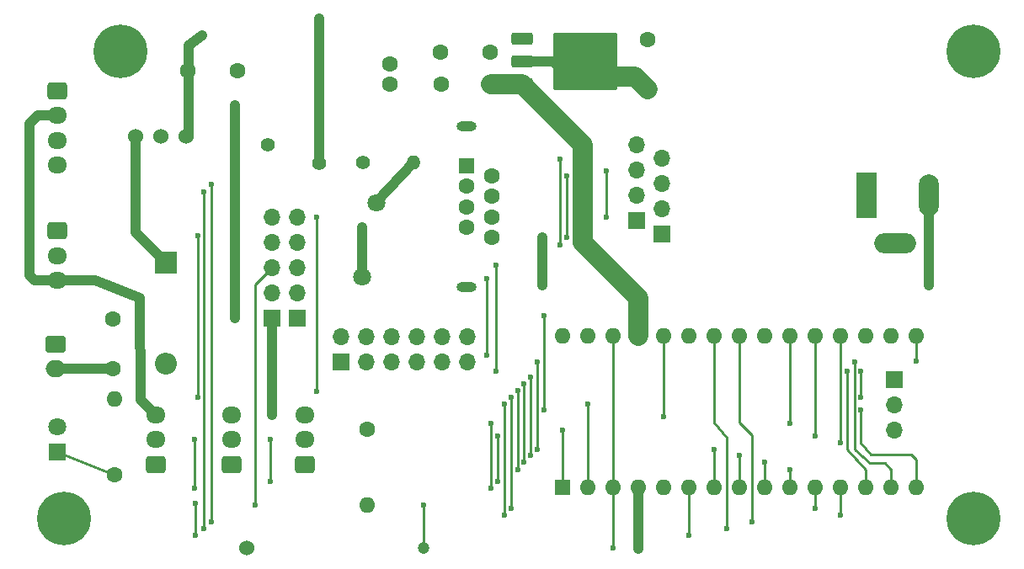
<source format=gbr>
%TF.GenerationSoftware,KiCad,Pcbnew,8.0.9-8.0.9-0~ubuntu22.04.1*%
%TF.CreationDate,2025-03-09T15:02:26+09:00*%
%TF.ProjectId,M302N,4d333032-4e2e-46b6-9963-61645f706362,rev?*%
%TF.SameCoordinates,Original*%
%TF.FileFunction,Copper,L1,Top*%
%TF.FilePolarity,Positive*%
%FSLAX46Y46*%
G04 Gerber Fmt 4.6, Leading zero omitted, Abs format (unit mm)*
G04 Created by KiCad (PCBNEW 8.0.9-8.0.9-0~ubuntu22.04.1) date 2025-03-09 15:02:26*
%MOMM*%
%LPD*%
G01*
G04 APERTURE LIST*
G04 Aperture macros list*
%AMRoundRect*
0 Rectangle with rounded corners*
0 $1 Rounding radius*
0 $2 $3 $4 $5 $6 $7 $8 $9 X,Y pos of 4 corners*
0 Add a 4 corners polygon primitive as box body*
4,1,4,$2,$3,$4,$5,$6,$7,$8,$9,$2,$3,0*
0 Add four circle primitives for the rounded corners*
1,1,$1+$1,$2,$3*
1,1,$1+$1,$4,$5*
1,1,$1+$1,$6,$7*
1,1,$1+$1,$8,$9*
0 Add four rect primitives between the rounded corners*
20,1,$1+$1,$2,$3,$4,$5,0*
20,1,$1+$1,$4,$5,$6,$7,0*
20,1,$1+$1,$6,$7,$8,$9,0*
20,1,$1+$1,$8,$9,$2,$3,0*%
G04 Aperture macros list end*
%TA.AperFunction,ComponentPad*%
%ADD10R,1.700000X1.700000*%
%TD*%
%TA.AperFunction,ComponentPad*%
%ADD11O,1.700000X1.700000*%
%TD*%
%TA.AperFunction,ComponentPad*%
%ADD12O,2.000000X1.000000*%
%TD*%
%TA.AperFunction,ComponentPad*%
%ADD13R,1.600000X1.600000*%
%TD*%
%TA.AperFunction,ComponentPad*%
%ADD14C,1.600000*%
%TD*%
%TA.AperFunction,ComponentPad*%
%ADD15RoundRect,0.250000X0.725000X-0.600000X0.725000X0.600000X-0.725000X0.600000X-0.725000X-0.600000X0*%
%TD*%
%TA.AperFunction,ComponentPad*%
%ADD16O,1.950000X1.700000*%
%TD*%
%TA.AperFunction,ComponentPad*%
%ADD17C,1.400000*%
%TD*%
%TA.AperFunction,ComponentPad*%
%ADD18O,1.600000X1.600000*%
%TD*%
%TA.AperFunction,ComponentPad*%
%ADD19C,5.400000*%
%TD*%
%TA.AperFunction,ComponentPad*%
%ADD20C,1.524000*%
%TD*%
%TA.AperFunction,ComponentPad*%
%ADD21C,1.200000*%
%TD*%
%TA.AperFunction,ComponentPad*%
%ADD22RoundRect,0.250000X-0.750000X0.600000X-0.750000X-0.600000X0.750000X-0.600000X0.750000X0.600000X0*%
%TD*%
%TA.AperFunction,ComponentPad*%
%ADD23O,2.000000X1.700000*%
%TD*%
%TA.AperFunction,ComponentPad*%
%ADD24RoundRect,0.250000X-0.725000X0.600000X-0.725000X-0.600000X0.725000X-0.600000X0.725000X0.600000X0*%
%TD*%
%TA.AperFunction,SMDPad,CuDef*%
%ADD25RoundRect,0.250000X-0.850000X-0.350000X0.850000X-0.350000X0.850000X0.350000X-0.850000X0.350000X0*%
%TD*%
%TA.AperFunction,SMDPad,CuDef*%
%ADD26RoundRect,0.250000X-1.275000X-1.125000X1.275000X-1.125000X1.275000X1.125000X-1.275000X1.125000X0*%
%TD*%
%TA.AperFunction,SMDPad,CuDef*%
%ADD27RoundRect,0.249997X-2.950003X-2.650003X2.950003X-2.650003X2.950003X2.650003X-2.950003X2.650003X0*%
%TD*%
%TA.AperFunction,ComponentPad*%
%ADD28R,2.200000X2.200000*%
%TD*%
%TA.AperFunction,ComponentPad*%
%ADD29O,2.200000X2.200000*%
%TD*%
%TA.AperFunction,ComponentPad*%
%ADD30C,1.800000*%
%TD*%
%TA.AperFunction,ComponentPad*%
%ADD31R,1.800000X1.800000*%
%TD*%
%TA.AperFunction,ComponentPad*%
%ADD32O,1.400000X1.400000*%
%TD*%
%TA.AperFunction,ComponentPad*%
%ADD33R,2.000000X4.600000*%
%TD*%
%TA.AperFunction,ComponentPad*%
%ADD34O,2.000000X4.200000*%
%TD*%
%TA.AperFunction,ComponentPad*%
%ADD35O,4.200000X2.000000*%
%TD*%
%TA.AperFunction,ViaPad*%
%ADD36C,0.600000*%
%TD*%
%TA.AperFunction,ViaPad*%
%ADD37C,1.000000*%
%TD*%
%TA.AperFunction,Conductor*%
%ADD38C,0.250000*%
%TD*%
%TA.AperFunction,Conductor*%
%ADD39C,1.000000*%
%TD*%
%TA.AperFunction,Conductor*%
%ADD40C,2.000000*%
%TD*%
G04 APERTURE END LIST*
D10*
%TO.P,J18,1,Pin_1*%
%TO.N,Net-(J18-Pin_1)*%
X135680000Y-81229200D03*
D11*
%TO.P,J18,2,Pin_2*%
%TO.N,Net-(J18-Pin_2)*%
X135680000Y-78689200D03*
%TO.P,J18,3,Pin_3*%
%TO.N,unconnected-(J18-Pin_3-Pad3)*%
X135680000Y-76149200D03*
%TO.P,J18,4,Pin_4*%
%TO.N,unconnected-(J18-Pin_4-Pad4)*%
X135680000Y-73609200D03*
%TD*%
D10*
%TO.P,J13,1,Pin_1*%
%TO.N,unconnected-(J13-Pin_1-Pad1)*%
X99060000Y-89662000D03*
D11*
%TO.P,J13,2,Pin_2*%
%TO.N,/D12{slash}MISO*%
X99060000Y-87122000D03*
%TO.P,J13,3,Pin_3*%
%TO.N,/\u002AD11{slash}MOSI*%
X99060000Y-84582000D03*
%TO.P,J13,4,Pin_4*%
%TO.N,/\u002AD10{slash}SS*%
X99060000Y-82042000D03*
%TO.P,J13,5,Pin_5*%
%TO.N,Net-(A1-D13)*%
X99060000Y-79502000D03*
%TD*%
D12*
%TO.P,J11,*%
%TO.N,*%
X116064000Y-86577000D03*
X116064000Y-70327000D03*
D13*
%TO.P,J11,1*%
%TO.N,Net-(J18-Pin_1)*%
X116064000Y-74372000D03*
D14*
%TO.P,J11,2*%
%TO.N,Net-(J19-Pin_1)*%
X118604000Y-75392000D03*
%TO.P,J11,3*%
%TO.N,Net-(J18-Pin_2)*%
X116064000Y-76412000D03*
%TO.P,J11,4*%
%TO.N,Net-(D1-A)*%
X118604000Y-77432000D03*
%TO.P,J11,5*%
X116064000Y-78452000D03*
%TO.P,J11,6*%
%TO.N,Net-(J19-Pin_3)*%
X118604000Y-79472000D03*
%TO.P,J11,7*%
%TO.N,Net-(J1-Pad2)*%
X116064000Y-80492000D03*
%TO.P,J11,8*%
X118604000Y-81512000D03*
%TD*%
D15*
%TO.P,J8,1,Pin_1*%
%TO.N,GND*%
X84836000Y-104394000D03*
D16*
%TO.P,J8,2,Pin_2*%
%TO.N,Net-(A1-A2)*%
X84836000Y-101894000D03*
%TO.P,J8,3,Pin_3*%
%TO.N,+5V*%
X84836000Y-99394000D03*
%TD*%
D15*
%TO.P,J10,1,Pin_1*%
%TO.N,GND*%
X99822000Y-104394000D03*
D16*
%TO.P,J10,2,Pin_2*%
%TO.N,Net-(A1-A0)*%
X99822000Y-101894000D03*
%TO.P,J10,3,Pin_3*%
%TO.N,+5V*%
X99822000Y-99394000D03*
%TD*%
D14*
%TO.P,C2,1*%
%TO.N,Net-(U2-Vin)*%
X118465600Y-62915800D03*
%TO.P,C2,2*%
%TO.N,GND*%
X113465600Y-62915800D03*
%TD*%
D17*
%TO.P,F1,1*%
%TO.N,Net-(D3-K)*%
X96119000Y-72252000D03*
%TO.P,F1,2*%
%TO.N,/+12V*%
X101219000Y-74052000D03*
%TD*%
D14*
%TO.P,R1,1*%
%TO.N,Net-(D2-K)*%
X80645000Y-105410000D03*
D18*
%TO.P,R1,2*%
%TO.N,GND*%
X80645000Y-97790000D03*
%TD*%
D19*
%TO.P,REF\u002A\u002A,1*%
%TO.N,GND*%
X75565000Y-109855000D03*
%TD*%
D20*
%TO.P,SW1,1,1*%
%TO.N,GND*%
X93980000Y-112776000D03*
D21*
%TO.P,SW1,2,2*%
%TO.N,/~{RESET}*%
X111760000Y-112776000D03*
%TD*%
D10*
%TO.P,J19,1,Pin_1*%
%TO.N,Net-(J19-Pin_1)*%
X133140000Y-79883000D03*
D11*
%TO.P,J19,2,Pin_2*%
%TO.N,unconnected-(J19-Pin_2-Pad2)*%
X133140000Y-77343000D03*
%TO.P,J19,3,Pin_3*%
%TO.N,Net-(J19-Pin_3)*%
X133140000Y-74803000D03*
%TO.P,J19,4,Pin_4*%
%TO.N,unconnected-(J19-Pin_4-Pad4)*%
X133140000Y-72263000D03*
%TD*%
D22*
%TO.P,J12,1,Pin_1*%
%TO.N,GND*%
X74782000Y-92269000D03*
D23*
%TO.P,J12,2,Pin_2*%
%TO.N,Net-(D3-K)*%
X74782000Y-94769000D03*
%TD*%
D13*
%TO.P,A1,1,D1/TX*%
%TO.N,Net-(A1-D1{slash}TX)*%
X125730000Y-106680000D03*
D18*
%TO.P,A1,2,D0/RX*%
%TO.N,Net-(A1-D0{slash}RX)*%
X128270000Y-106680000D03*
%TO.P,A1,3,~{RESET}*%
%TO.N,/~{RESET}*%
X130810000Y-106680000D03*
%TO.P,A1,4,GND*%
%TO.N,GND*%
X133350000Y-106680000D03*
%TO.P,A1,5,D2*%
%TO.N,unconnected-(A1-D2-Pad5)*%
X135890000Y-106680000D03*
%TO.P,A1,6,D3*%
%TO.N,/\u002AD3*%
X138430000Y-106680000D03*
%TO.P,A1,7,D4*%
%TO.N,Net-(A1-D4)*%
X140970000Y-106680000D03*
%TO.P,A1,8,D5*%
%TO.N,Net-(A1-D5)*%
X143510000Y-106680000D03*
%TO.P,A1,9,D6*%
%TO.N,Net-(A1-D6)*%
X146050000Y-106680000D03*
%TO.P,A1,10,D7*%
%TO.N,Net-(A1-D7)*%
X148590000Y-106680000D03*
%TO.P,A1,11,D8*%
%TO.N,Net-(A1-D8)*%
X151130000Y-106680000D03*
%TO.P,A1,12,D9*%
%TO.N,Net-(A1-D9)*%
X153670000Y-106680000D03*
%TO.P,A1,13,D10*%
%TO.N,/\u002AD10{slash}SS*%
X156210000Y-106680000D03*
%TO.P,A1,14,D11*%
%TO.N,/\u002AD11{slash}MOSI*%
X158750000Y-106680000D03*
%TO.P,A1,15,D12*%
%TO.N,/D12{slash}MISO*%
X161290000Y-106680000D03*
%TO.P,A1,16,D13*%
%TO.N,Net-(A1-D13)*%
X161290000Y-91440000D03*
%TO.P,A1,17,3V3*%
%TO.N,unconnected-(A1-3V3-Pad17)*%
X158750000Y-91440000D03*
%TO.P,A1,18,AREF*%
%TO.N,unconnected-(A1-AREF-Pad18)*%
X156210000Y-91440000D03*
%TO.P,A1,19,A0*%
%TO.N,Net-(A1-A0)*%
X153670000Y-91440000D03*
%TO.P,A1,20,A1*%
%TO.N,Net-(A1-A1)*%
X151130000Y-91440000D03*
%TO.P,A1,21,A2*%
%TO.N,Net-(A1-A2)*%
X148590000Y-91440000D03*
%TO.P,A1,22,A3*%
%TO.N,Net-(A1-A3)*%
X146050000Y-91440000D03*
%TO.P,A1,23,A4*%
%TO.N,/A4{slash}SDA*%
X143510000Y-91440000D03*
%TO.P,A1,24,A5*%
%TO.N,/A5{slash}SCL*%
X140970000Y-91440000D03*
%TO.P,A1,25,A6*%
%TO.N,unconnected-(A1-A6-Pad25)*%
X138430000Y-91440000D03*
%TO.P,A1,26,A7*%
%TO.N,Net-(A1-A7)*%
X135890000Y-91440000D03*
%TO.P,A1,27,+5V*%
%TO.N,+5V*%
X133350000Y-91440000D03*
%TO.P,A1,28,~{RESET}*%
%TO.N,/~{RESET}*%
X130810000Y-91440000D03*
%TO.P,A1,29,GND*%
%TO.N,GND*%
X128270000Y-91440000D03*
%TO.P,A1,30,VIN*%
%TO.N,unconnected-(A1-VIN-Pad30)*%
X125730000Y-91440000D03*
%TD*%
D14*
%TO.P,C4,1*%
%TO.N,Net-(D3-K)*%
X80518000Y-94782000D03*
%TO.P,C4,2*%
%TO.N,GND*%
X80518000Y-89782000D03*
%TD*%
D19*
%TO.P,REF\u002A\u002A,1*%
%TO.N,GND*%
X81280000Y-62865000D03*
%TD*%
D10*
%TO.P,J3,1,Pin_1*%
%TO.N,Net-(A1-D9)*%
X103479600Y-94030800D03*
D11*
%TO.P,J3,2,Pin_2*%
%TO.N,GND*%
X103479600Y-91490800D03*
%TO.P,J3,3,Pin_3*%
%TO.N,Net-(A1-D8)*%
X106019600Y-94030800D03*
%TO.P,J3,4,Pin_4*%
%TO.N,GND*%
X106019600Y-91490800D03*
%TO.P,J3,5,Pin_5*%
%TO.N,Net-(A1-D7)*%
X108559600Y-94030800D03*
%TO.P,J3,6,Pin_6*%
%TO.N,GND*%
X108559600Y-91490800D03*
%TO.P,J3,7,Pin_7*%
%TO.N,Net-(A1-D6)*%
X111099600Y-94030800D03*
%TO.P,J3,8,Pin_8*%
%TO.N,GND*%
X111099600Y-91490800D03*
%TO.P,J3,9,Pin_9*%
%TO.N,Net-(A1-D5)*%
X113639600Y-94030800D03*
%TO.P,J3,10,Pin_10*%
%TO.N,GND*%
X113639600Y-91490800D03*
%TO.P,J3,11,Pin_11*%
%TO.N,Net-(A1-D4)*%
X116179600Y-94030800D03*
%TO.P,J3,12,Pin_12*%
%TO.N,GND*%
X116179600Y-91490800D03*
%TD*%
D15*
%TO.P,J9,1,Pin_1*%
%TO.N,GND*%
X92456000Y-104394000D03*
D16*
%TO.P,J9,2,Pin_2*%
%TO.N,Net-(A1-A1)*%
X92456000Y-101894000D03*
%TO.P,J9,3,Pin_3*%
%TO.N,+5V*%
X92456000Y-99394000D03*
%TD*%
D24*
%TO.P,J4,1,Pin_1*%
%TO.N,GND*%
X74930000Y-66802000D03*
D16*
%TO.P,J4,2,Pin_2*%
%TO.N,+5V*%
X74930000Y-69302000D03*
%TO.P,J4,3,Pin_3*%
%TO.N,/A4{slash}SDA*%
X74930000Y-71802000D03*
%TO.P,J4,4,Pin_4*%
%TO.N,/A5{slash}SCL*%
X74930000Y-74302000D03*
%TD*%
D25*
%TO.P,U2,1,Vin*%
%TO.N,Net-(U2-Vin)*%
X121692000Y-61600000D03*
%TO.P,U2,2,GND*%
%TO.N,GND*%
X121692000Y-63880000D03*
D26*
X126317000Y-62355000D03*
X126317000Y-65405000D03*
D27*
X127992000Y-63880000D03*
D26*
X129667000Y-62355000D03*
X129667000Y-65405000D03*
D25*
%TO.P,U2,3,Vout*%
%TO.N,+5V*%
X121692000Y-66160000D03*
%TD*%
D14*
%TO.P,C5,1*%
%TO.N,Net-(U2-Vin)*%
X134239000Y-61675000D03*
%TO.P,C5,2*%
%TO.N,GND*%
X134239000Y-66675000D03*
%TD*%
%TO.P,R2,1*%
%TO.N,+5V*%
X106070400Y-100838000D03*
D18*
%TO.P,R2,2*%
%TO.N,/~{RESET}*%
X106070400Y-108458000D03*
%TD*%
D28*
%TO.P,D3,1,K*%
%TO.N,Net-(D3-K)*%
X85852000Y-84074000D03*
D29*
%TO.P,D3,2,A*%
%TO.N,GND*%
X85852000Y-94234000D03*
%TD*%
D30*
%TO.P,R3,1*%
%TO.N,Net-(J1-Pad2)*%
X105599000Y-85538000D03*
%TO.P,R3,2*%
%TO.N,Net-(D1-A)*%
X107000000Y-78038000D03*
%TD*%
D20*
%TO.P,FL1,1,1*%
%TO.N,Net-(U2-Vin)*%
X87884000Y-71374000D03*
%TO.P,FL1,2,2*%
%TO.N,GND*%
X85344000Y-71374000D03*
%TO.P,FL1,3,3*%
%TO.N,Net-(D3-K)*%
X82804000Y-71374000D03*
%TD*%
D14*
%TO.P,C3,1*%
%TO.N,+5V*%
X118491000Y-66116200D03*
%TO.P,C3,2*%
%TO.N,GND*%
X113491000Y-66116200D03*
%TD*%
D19*
%TO.P,REF\u002A\u002A,1*%
%TO.N,GND*%
X167005000Y-62865000D03*
%TD*%
D31*
%TO.P,D2,1,K*%
%TO.N,Net-(D2-K)*%
X74930000Y-103124000D03*
D30*
%TO.P,D2,2,A*%
%TO.N,/\u002AD3*%
X74930000Y-100584000D03*
%TD*%
D17*
%TO.P,D1,1,K*%
%TO.N,/+12V*%
X105664000Y-74041000D03*
D32*
%TO.P,D1,2,A*%
%TO.N,Net-(D1-A)*%
X110744000Y-74041000D03*
%TD*%
D10*
%TO.P,J14,1,Pin_1*%
%TO.N,+5V*%
X96520000Y-89662000D03*
D11*
%TO.P,J14,2,Pin_2*%
%TO.N,GND*%
X96520000Y-87122000D03*
%TO.P,J14,3,Pin_3*%
%TO.N,/~{RESET}*%
X96520000Y-84582000D03*
%TO.P,J14,4,Pin_4*%
%TO.N,unconnected-(J14-Pin_4-Pad4)*%
X96520000Y-82042000D03*
%TO.P,J14,5,Pin_5*%
%TO.N,unconnected-(J14-Pin_5-Pad5)*%
X96520000Y-79502000D03*
%TD*%
D24*
%TO.P,J5,1,Pin_1*%
%TO.N,GND*%
X74909000Y-80879000D03*
D16*
%TO.P,J5,2,Pin_2*%
%TO.N,Net-(A1-A7)*%
X74909000Y-83379000D03*
%TO.P,J5,3,Pin_3*%
%TO.N,+5V*%
X74909000Y-85879000D03*
%TD*%
D14*
%TO.P,C6,1*%
%TO.N,Net-(U2-Vin)*%
X88051000Y-64770000D03*
%TO.P,C6,2*%
%TO.N,GND*%
X93051000Y-64770000D03*
%TD*%
%TO.P,C1,1*%
%TO.N,+5V*%
X108356400Y-66090800D03*
%TO.P,C1,2*%
%TO.N,GND*%
X108356400Y-64090800D03*
%TD*%
D19*
%TO.P,REF\u002A\u002A,1*%
%TO.N,GND*%
X167005000Y-109855000D03*
%TD*%
D33*
%TO.P,J1,1*%
%TO.N,/+12V*%
X156260000Y-77343600D03*
D34*
%TO.P,J1,2*%
%TO.N,Net-(J1-Pad2)*%
X162560000Y-77343600D03*
D35*
%TO.P,J1,3*%
%TO.N,GND*%
X159160000Y-82143600D03*
%TD*%
D10*
%TO.P,J2,1,Pin_1*%
%TO.N,GND*%
X159054800Y-95834200D03*
D11*
%TO.P,J2,2,Pin_2*%
%TO.N,Net-(A1-D0{slash}RX)*%
X159054800Y-98374200D03*
%TO.P,J2,3,Pin_3*%
%TO.N,Net-(A1-D1{slash}TX)*%
X159054800Y-100914200D03*
%TD*%
D36*
%TO.N,Net-(A1-A0)*%
X153670000Y-102210000D03*
%TO.N,Net-(A1-A2)*%
X118570000Y-106792000D03*
X88736000Y-106770000D03*
X88736000Y-101894000D03*
X148590000Y-100254200D03*
X118570000Y-100254200D03*
%TO.N,Net-(A1-D13)*%
X161290000Y-93980000D03*
X101000000Y-79502000D03*
X155702000Y-94970000D03*
X155702000Y-97614200D03*
X101000000Y-97003000D03*
%TO.N,/~{RESET}*%
X111760000Y-108458000D03*
X130810000Y-112776000D03*
X94843600Y-108458000D03*
%TO.N,Net-(A1-A1)*%
X96353000Y-106132000D03*
X151130000Y-101562100D03*
X119230000Y-106132000D03*
X96353000Y-101894000D03*
X119230000Y-101562100D03*
%TO.N,/A5{slash}SCL*%
X89662000Y-76962000D03*
X89662000Y-110820000D03*
X142240000Y-110820000D03*
%TO.N,Net-(A1-D9)*%
X119890000Y-109500000D03*
X119890000Y-98270000D03*
X153670000Y-109500000D03*
%TO.N,Net-(A1-D4)*%
X123190000Y-102870000D03*
X123190000Y-94030800D03*
X140970000Y-102870000D03*
%TO.N,Net-(A1-D6)*%
X121870000Y-96290000D03*
X146050000Y-104140000D03*
X121870000Y-104140000D03*
%TO.N,/D12{slash}MISO*%
X123850000Y-89408000D03*
X155727000Y-98934200D03*
X123850000Y-98934200D03*
D37*
%TO.N,+5V*%
X92786200Y-68224400D03*
X96520000Y-99394000D03*
X92760800Y-89662000D03*
D36*
%TO.N,Net-(A1-D0{slash}RX)*%
X128270000Y-98274300D03*
%TO.N,GND*%
X126317000Y-65405000D03*
X121920000Y-63880000D03*
X130810000Y-65405000D03*
X129842000Y-63880000D03*
X124460000Y-63880000D03*
X126300000Y-63875000D03*
D37*
X133350000Y-112903000D03*
D36*
X129667000Y-65405000D03*
X127992000Y-63880000D03*
%TO.N,/A4{slash}SDA*%
X144780000Y-110160000D03*
X90424000Y-76200000D03*
X90424000Y-110160000D03*
%TO.N,Net-(A1-D8)*%
X151130000Y-108840000D03*
X120550000Y-108840000D03*
X120550000Y-97610000D03*
%TO.N,Net-(A1-D5)*%
X143510000Y-103505000D03*
X122530000Y-95630000D03*
X122530000Y-103505000D03*
%TO.N,/\u002AD11{slash}MOSI*%
X118110000Y-85725000D03*
X118110000Y-93370800D03*
X155067000Y-94030800D03*
%TO.N,Net-(A1-D7)*%
X121210000Y-96950000D03*
X148590000Y-104902000D03*
X121210000Y-104902000D03*
%TO.N,Net-(A1-A7)*%
X135890000Y-99594200D03*
X89027000Y-97663000D03*
X89027000Y-81407000D03*
%TO.N,/\u002AD10{slash}SS*%
X119000000Y-84328000D03*
X119000000Y-94970000D03*
X154330000Y-94970000D03*
%TO.N,Net-(A1-D1{slash}TX)*%
X125730000Y-100965000D03*
%TO.N,/\u002AD3*%
X88773000Y-108331000D03*
X88773000Y-111480000D03*
X138430000Y-111480000D03*
%TO.N,Net-(U2-Vin)*%
X121692000Y-61600000D03*
X120922000Y-61600000D03*
X122400000Y-61600000D03*
D37*
X89454532Y-61250000D03*
%TO.N,/+12V*%
X101219000Y-59550000D03*
%TO.N,Net-(J1-Pad2)*%
X123700000Y-81512000D03*
X162560000Y-86360000D03*
X105599000Y-80492000D03*
X123700000Y-86320000D03*
D36*
%TO.N,Net-(J19-Pin_1)*%
X126136000Y-75392000D03*
X126136000Y-81512000D03*
%TO.N,Net-(J18-Pin_1)*%
X125476000Y-73660000D03*
X125476000Y-82296000D03*
%TO.N,Net-(J19-Pin_3)*%
X130100000Y-74879200D03*
X130100000Y-79472000D03*
D37*
%TO.N,Net-(D3-K)*%
X82804000Y-74075000D03*
%TD*%
D38*
%TO.N,Net-(A1-A0)*%
X153670000Y-91440000D02*
X153670000Y-102210000D01*
%TO.N,Net-(A1-A2)*%
X148590000Y-91440000D02*
X148590000Y-100254200D01*
X118570000Y-106792000D02*
X118570000Y-100254200D01*
X88736000Y-101894000D02*
X88736000Y-106770000D01*
%TO.N,Net-(A1-D13)*%
X101000000Y-79502000D02*
X101000000Y-97003000D01*
X155702000Y-97614200D02*
X155702000Y-94996000D01*
X161290000Y-93980000D02*
X161290000Y-91440000D01*
%TO.N,/~{RESET}*%
X111760000Y-108458000D02*
X111760000Y-112141000D01*
X130810000Y-91440000D02*
X130810000Y-106680000D01*
X94843600Y-86258400D02*
X94843600Y-108458000D01*
X111752529Y-112141000D02*
X111760000Y-112776000D01*
X96520000Y-84582000D02*
X94843600Y-86258400D01*
X130810000Y-112776000D02*
X130810000Y-106680000D01*
%TO.N,Net-(A1-A1)*%
X151130000Y-91440000D02*
X151130000Y-101562100D01*
X96353000Y-101894000D02*
X96353000Y-106132000D01*
X119230000Y-106132000D02*
X119230000Y-101562100D01*
%TO.N,/A5{slash}SCL*%
X89662000Y-76962000D02*
X89662000Y-110785000D01*
X140970000Y-91440000D02*
X140970000Y-100203000D01*
X140970000Y-100203000D02*
X142240000Y-101727000D01*
X142240000Y-101727000D02*
X142240000Y-110820000D01*
%TO.N,Net-(A1-D9)*%
X119890000Y-98270000D02*
X119890000Y-109500000D01*
X153670000Y-109500000D02*
X153670000Y-106680000D01*
%TO.N,Net-(A1-D4)*%
X140970000Y-102870000D02*
X140970000Y-106680000D01*
X123190000Y-94030800D02*
X123190000Y-102870000D01*
%TO.N,Net-(A1-D6)*%
X121870000Y-96290000D02*
X121870000Y-104140000D01*
X146050000Y-106680000D02*
X146050000Y-104140000D01*
%TO.N,/D12{slash}MISO*%
X156718000Y-103378000D02*
X160782000Y-103378000D01*
X160782000Y-103378000D02*
X161290000Y-103886000D01*
X161290000Y-103886000D02*
X161290000Y-106680000D01*
X155727000Y-102210000D02*
X156718000Y-103378000D01*
X123850000Y-89408000D02*
X123850000Y-98933000D01*
X123850000Y-98933000D02*
X123850000Y-98934200D01*
X155727000Y-98934200D02*
X155727000Y-102210000D01*
D39*
%TO.N,+5V*%
X72120000Y-85328000D02*
X72120000Y-70120000D01*
X72671000Y-85879000D02*
X72120000Y-85328000D01*
X96520000Y-99394000D02*
X96520000Y-89662000D01*
X83312000Y-97870000D02*
X84836000Y-99394000D01*
X72938000Y-69302000D02*
X74930000Y-69302000D01*
X72120000Y-70120000D02*
X72938000Y-69302000D01*
X92760800Y-68224400D02*
X92760800Y-89662000D01*
X83185000Y-87630000D02*
X83312000Y-97870000D01*
D40*
X121648200Y-66116200D02*
X121692000Y-66160000D01*
D39*
X74909000Y-85879000D02*
X72671000Y-85879000D01*
D40*
X127762000Y-72230000D02*
X127762000Y-82042000D01*
D39*
X78767000Y-85879000D02*
X83185000Y-87630000D01*
D40*
X127762000Y-82042000D02*
X133350000Y-87630000D01*
D39*
X74909000Y-85879000D02*
X78767000Y-85879000D01*
D40*
X121692000Y-66160000D02*
X127762000Y-72230000D01*
X133350000Y-87630000D02*
X133350000Y-91440000D01*
X118491000Y-66116200D02*
X121648200Y-66116200D01*
D38*
%TO.N,Net-(A1-D0{slash}RX)*%
X128270000Y-106680000D02*
X128270000Y-98298000D01*
D39*
%TO.N,GND*%
X133350000Y-106680000D02*
X133350000Y-112903000D01*
X121920000Y-63880000D02*
X124460000Y-63880000D01*
D40*
X130810000Y-65405000D02*
X132969000Y-65405000D01*
D39*
X124460000Y-63880000D02*
X124792000Y-63880000D01*
X124792000Y-63880000D02*
X126317000Y-65405000D01*
D40*
X132969000Y-65405000D02*
X134239000Y-66675000D01*
D39*
X121692000Y-63880000D02*
X121920000Y-63880000D01*
D40*
X129667000Y-65405000D02*
X130810000Y-65405000D01*
D38*
%TO.N,/A4{slash}SDA*%
X143510000Y-100203000D02*
X144780000Y-101473000D01*
X144780000Y-101473000D02*
X144780000Y-110160000D01*
X90424000Y-76200000D02*
X90424000Y-109932000D01*
X143510000Y-91440000D02*
X143510000Y-100203000D01*
%TO.N,Net-(A1-D8)*%
X151130000Y-106680000D02*
X151130000Y-108840000D01*
X120550000Y-97610000D02*
X120550000Y-108839000D01*
%TO.N,Net-(A1-D5)*%
X122530000Y-103505000D02*
X122530000Y-95656400D01*
X143510000Y-106680000D02*
X143510000Y-103505000D01*
%TO.N,/\u002AD11{slash}MOSI*%
X156591000Y-104267000D02*
X155067000Y-102870000D01*
X158750000Y-104902000D02*
X158115000Y-104267000D01*
X158115000Y-104267000D02*
X156591000Y-104267000D01*
X158750000Y-106680000D02*
X158750000Y-104902000D01*
X155067000Y-102870000D02*
X155067000Y-94030800D01*
X118110000Y-85725000D02*
X118110000Y-93370800D01*
%TO.N,Net-(A1-D7)*%
X148590000Y-106680000D02*
X148590000Y-104902000D01*
X121210000Y-96950000D02*
X121210000Y-104902000D01*
%TO.N,Net-(A1-A7)*%
X135890000Y-91440000D02*
X135890000Y-99594200D01*
X89027000Y-81407000D02*
X89027000Y-97663000D01*
%TO.N,/\u002AD10{slash}SS*%
X119000000Y-84328000D02*
X119000000Y-94970000D01*
X154330000Y-94970000D02*
X154330000Y-102870000D01*
X156210000Y-104902000D02*
X154330000Y-102870000D01*
X156210000Y-106680000D02*
X156210000Y-104902000D01*
%TO.N,Net-(A1-D1{slash}TX)*%
X125730000Y-101092000D02*
X125730000Y-100965000D01*
X125730000Y-106680000D02*
X125730000Y-101092000D01*
%TO.N,/\u002AD3*%
X88773000Y-108331000D02*
X88773000Y-111445000D01*
X138430000Y-106680000D02*
X138430000Y-111480000D01*
D39*
%TO.N,Net-(U2-Vin)*%
X88098000Y-62270000D02*
X88098000Y-66802000D01*
X88098000Y-66802000D02*
X88098000Y-71160000D01*
X89454532Y-61250000D02*
X88098000Y-62270000D01*
X88098000Y-71160000D02*
X87884000Y-71374000D01*
%TO.N,/+12V*%
X101219000Y-59550000D02*
X101219000Y-74052000D01*
%TO.N,Net-(D1-A)*%
X110744000Y-74041000D02*
X107000000Y-77973000D01*
D38*
%TO.N,Net-(D2-K)*%
X74930000Y-103124000D02*
X80645000Y-105410000D01*
D39*
%TO.N,Net-(J1-Pad2)*%
X162560000Y-86360000D02*
X162560000Y-77343600D01*
X123700000Y-81512000D02*
X123700000Y-86360000D01*
X105599000Y-80492000D02*
X105599000Y-85538000D01*
D38*
%TO.N,Net-(J19-Pin_1)*%
X126136000Y-75392000D02*
X126136000Y-81636000D01*
%TO.N,Net-(J18-Pin_1)*%
X125476000Y-73660000D02*
X125476000Y-82296000D01*
%TO.N,Net-(J19-Pin_3)*%
X130100000Y-74879200D02*
X130100000Y-79472000D01*
D39*
%TO.N,Net-(D3-K)*%
X74795000Y-94782000D02*
X74782000Y-94769000D01*
X80518000Y-94782000D02*
X74795000Y-94782000D01*
X82804000Y-81026000D02*
X85852000Y-84074000D01*
X82804000Y-74041000D02*
X82804000Y-74075000D01*
X82804000Y-74075000D02*
X82804000Y-81026000D01*
X82804000Y-71374000D02*
X82804000Y-74041000D01*
%TD*%
M02*

</source>
